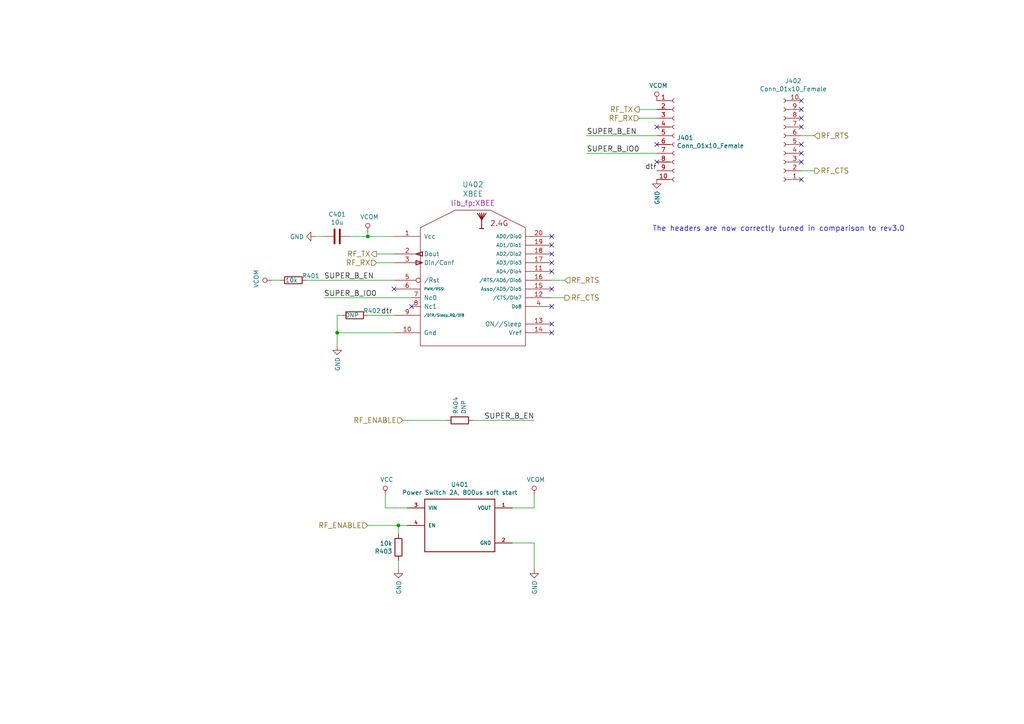
<source format=kicad_sch>
(kicad_sch (version 20211123) (generator eeschema)
  (paper "A4")
  (lib_symbols
    (symbol "Connector:Conn_01x10_Female" (pin_names (offset 1.016) hide)
      (property "Reference" "J" (at 0 12.7 0))
      (property "Value" "Connector_Conn_01x10_Female" (at 0 -15.24 0))
      (symbol "Conn_01x10_Female_1_1"
        (arc (start 0 -12.192) (mid -0.508 -12.7) (end 0 -13.208) (stroke (width 0.1524)))
        (arc (start 0 -9.652) (mid -0.508 -10.16) (end 0 -10.668) (stroke (width 0.1524)))
        (arc (start 0 -7.112) (mid -0.508 -7.62) (end 0 -8.128) (stroke (width 0.1524)))
        (arc (start 0 -4.572) (mid -0.508 -5.08) (end 0 -5.588) (stroke (width 0.1524)))
        (arc (start 0 -2.032) (mid -0.508 -2.54) (end 0 -3.048) (stroke (width 0.1524)))
        (polyline (pts (xy -1.27 -12.7) (xy -0.508 -12.7)) (stroke (width 0.1524)))
        (polyline (pts (xy -1.27 -10.16) (xy -0.508 -10.16)) (stroke (width 0.1524)))
        (polyline (pts (xy -1.27 -7.62) (xy -0.508 -7.62)) (stroke (width 0.1524)))
        (polyline (pts (xy -1.27 -5.08) (xy -0.508 -5.08)) (stroke (width 0.1524)))
        (polyline (pts (xy -1.27 -2.54) (xy -0.508 -2.54)) (stroke (width 0.1524)))
        (polyline (pts (xy -1.27 0) (xy -0.508 0)) (stroke (width 0.1524)))
        (polyline (pts (xy -1.27 2.54) (xy -0.508 2.54)) (stroke (width 0.1524)))
        (polyline (pts (xy -1.27 5.08) (xy -0.508 5.08)) (stroke (width 0.1524)))
        (polyline (pts (xy -1.27 7.62) (xy -0.508 7.62)) (stroke (width 0.1524)))
        (polyline (pts (xy -1.27 10.16) (xy -0.508 10.16)) (stroke (width 0.1524)))
        (arc (start 0 0.508) (mid -0.508 0) (end 0 -0.508) (stroke (width 0.1524)))
        (arc (start 0 3.048) (mid -0.508 2.54) (end 0 2.032) (stroke (width 0.1524)))
        (arc (start 0 5.588) (mid -0.508 5.08) (end 0 4.572) (stroke (width 0.1524)))
        (arc (start 0 8.128) (mid -0.508 7.62) (end 0 7.112) (stroke (width 0.1524)))
        (arc (start 0 10.668) (mid -0.508 10.16) (end 0 9.652) (stroke (width 0.1524)))
        (pin passive line (at -5.08 10.16 0) (length 3.81) (name "Pin_1") (number "1"))
        (pin passive line (at -5.08 -12.7 0) (length 3.81) (name "Pin_10") (number "10"))
        (pin passive line (at -5.08 7.62 0) (length 3.81) (name "Pin_2") (number "2"))
        (pin passive line (at -5.08 5.08 0) (length 3.81) (name "Pin_3") (number "3"))
        (pin passive line (at -5.08 2.54 0) (length 3.81) (name "Pin_4") (number "4"))
        (pin passive line (at -5.08 0 0) (length 3.81) (name "Pin_5") (number "5"))
        (pin passive line (at -5.08 -2.54 0) (length 3.81) (name "Pin_6") (number "6"))
        (pin passive line (at -5.08 -5.08 0) (length 3.81) (name "Pin_7") (number "7"))
        (pin passive line (at -5.08 -7.62 0) (length 3.81) (name "Pin_8") (number "8"))
        (pin passive line (at -5.08 -10.16 0) (length 3.81) (name "Pin_9") (number "9"))
      )
    )
    (symbol "Device:C" (pin_numbers hide) (pin_names (offset 0.254))
      (property "Reference" "C" (at 0.635 2.54 0))
      (property "Value" "Device_C" (at 0.635 -2.54 0))
      (symbol "C_0_1"
        (polyline (pts (xy -2.032 -0.762) (xy 2.032 -0.762)) (stroke (width 0.508)))
        (polyline (pts (xy -2.032 0.762) (xy 2.032 0.762)) (stroke (width 0.508)))
      )
      (symbol "C_1_1"
        (pin passive line (at 0 3.81 270) (length 2.794) (name "~") (number "1"))
        (pin passive line (at 0 -3.81 90) (length 2.794) (name "~") (number "2"))
      )
    )
    (symbol "MIC94085YFT-TR:MIC94085YFT-TR" (pin_names (offset 1.016))
      (property "Reference" "U" (at -10.16 8.89 0))
      (property "Value" "MIC94085YFT-TR" (at -10.16 -8.89 0))
      (symbol "MIC94085YFT-TR_0_0"
        (polyline (pts (xy -10.16 -7.62) (xy -10.16 7.62)) (stroke (width 0.254)))
        (polyline (pts (xy -10.16 7.62) (xy 10.16 7.62)) (stroke (width 0.254)))
        (polyline (pts (xy 10.16 -7.62) (xy -10.16 -7.62)) (stroke (width 0.254)))
        (polyline (pts (xy 10.16 7.62) (xy 10.16 -7.62)) (stroke (width 0.254)))
        (pin output line (at 15.24 5.08 180) (length 5.08) (name "VOUT") (number "1"))
        (pin power_in line (at 15.24 -5.08 180) (length 5.08) (name "GND") (number "2"))
        (pin input line (at -15.24 5.08 0) (length 5.08) (name "VIN") (number "3"))
        (pin input line (at -15.24 0 0) (length 5.08) (name "EN") (number "4"))
      )
    )
    (symbol "Nestbox_v2-rescue:GND-power1" (power) (pin_names (offset 0))
      (property "Value" "GND-power1" (at 0 -3.81 0))
      (symbol "GND-power1_0_1"
        (polyline (pts (xy 0 0) (xy 0 -1.27) (xy 1.27 -1.27) (xy 0 -2.54) (xy -1.27 -1.27) (xy 0 -1.27)))
      )
      (symbol "GND-power1_1_1"
        (pin power_in line (at 0 0 270) (length 0) hide (name "GND") (number "1"))
      )
    )
    (symbol "Nestbox_v2-rescue:R-device" (pin_numbers hide) (pin_names (offset 0))
      (property "Reference" "R" (at 2.032 0 90))
      (property "Value" "R-device" (at 0 0 90))
      (symbol "R-device_0_1"
        (rectangle (start -1.016 -2.54) (end 1.016 2.54) (stroke (width 0.254)))
      )
      (symbol "R-device_1_1"
        (pin passive line (at 0 3.81 270) (length 1.27) (name "~") (number "1"))
        (pin passive line (at 0 -3.81 90) (length 1.27) (name "~") (number "2"))
      )
    )
    (symbol "power:VCC" (power) (pin_names (offset 0))
      (property "Value" "power_VCC" (at 0 3.81 0))
      (symbol "VCC_0_1"
        (polyline (pts (xy 0 0) (xy 0 1.27)))
        (circle (center 0 1.905) (radius 0.635))
      )
      (symbol "VCC_1_1"
        (pin power_in line (at 0 0 90) (length 0) hide (name "VCC") (number "1"))
      )
    )
    (symbol "power:VCOM" (power) (pin_names (offset 0))
      (property "Value" "power_VCOM" (at 0 3.81 0))
      (symbol "VCOM_0_1"
        (polyline (pts (xy 0 0) (xy 0 1.27)))
        (circle (center 0 1.905) (radius 0.635))
      )
      (symbol "VCOM_1_1"
        (pin power_in line (at 0 0 90) (length 0) hide (name "VCOM") (number "1"))
      )
    )
    (symbol "xbee:XBEE" (pin_names (offset 1.016))
      (property "Reference" "U" (at -6.35 27.94 0))
      (property "Value" "XBEE" (at -5.08 20.32 0))
      (symbol "XBEE_0_0"
        (text "2.4G" (at 7.62 21.59 0) (effects (font (size 1.524 1.524))))
      )
      (symbol "XBEE_0_1"
        (polyline (pts (xy 1.905 20.066) (xy 3.175 20.066) (xy 3.175 20.066)) (stroke (width 0.254)))
        (polyline (pts (xy 2.54 22.606) (xy 1.905 24.511) (xy 1.905 24.511)) (stroke (width 0.254)))
        (polyline (pts (xy 2.54 22.606) (xy 2.54 23.876) (xy 2.54 23.876)) (stroke (width 0.254)))
        (polyline (pts (xy 2.54 23.876) (xy 2.54 24.511) (xy 2.54 24.511)) (stroke (width 0.254)))
        (polyline (pts (xy 3.175 24.511) (xy 2.54 22.606) (xy 2.54 22.606)) (stroke (width 0.254)))
        (polyline (pts (xy 1.27 20.32) (xy 1.27 20.32) (xy 1.27 20.32) (xy 1.27 20.32)))
        (polyline (pts (xy 2.54 22.606) (xy 2.54 20.066) (xy 2.54 20.066) (xy 2.54 20.066)) (stroke (width 0.254)))
        (polyline (pts (xy -16.51 10.795) (xy -16.51 9.525) (xy -14.605 10.16) (xy -16.51 10.795) (xy -16.51 10.795)) (stroke (width 0.254)))
        (polyline (pts (xy -16.51 12.7) (xy -14.605 13.335) (xy -14.605 12.065) (xy -16.51 12.7) (xy -16.51 12.7)) (stroke (width 0.254)))
        (polyline (pts (xy 3.81 24.511) (xy 2.54 22.606) (xy 2.54 22.606) (xy 2.54 22.606) (xy 1.27 24.511) (xy 1.27 24.511)) (stroke (width 0.254)))
        (polyline (pts (xy -15.24 20.32) (xy -15.24 -13.97) (xy 15.24 -13.97) (xy 15.24 20.32) (xy 5.08 25.4) (xy -5.08 25.4) (xy -15.24 20.32) (xy -15.24 20.32)))
      )
      (symbol "XBEE_1_1"
        (pin power_in line (at -22.86 17.78 0) (length 7.62) (name "Vcc") (number "1"))
        (pin power_in line (at -22.86 -10.16 0) (length 7.62) (name "Gnd") (number "10"))
        (pin passive line (at 22.86 7.62 180) (length 7.62) (name "AD4/Dio4") (number "11"))
        (pin passive line (at 22.86 0 180) (length 7.62) (name "/CTS/Dio7") (number "12"))
        (pin output line (at 22.86 -7.62 180) (length 7.62) (name "ON//Sleep") (number "13"))
        (pin input line (at 22.86 -10.16 180) (length 7.62) (name "Vref") (number "14"))
        (pin passive line (at 22.86 2.54 180) (length 7.62) (name "Asso/AD5/Dio5") (number "15"))
        (pin passive line (at 22.86 5.08 180) (length 7.62) (name "/RTS/AD6/Dio6") (number "16"))
        (pin passive line (at 22.86 10.16 180) (length 7.62) (name "AD3/Dio3") (number "17"))
        (pin passive line (at 22.86 12.7 180) (length 7.62) (name "AD2/Dio2") (number "18"))
        (pin passive line (at 22.86 15.24 180) (length 7.62) (name "AD1/Dio1") (number "19"))
        (pin output line (at -22.86 12.7 0) (length 7.62) (name "Dout") (number "2"))
        (pin passive line (at 22.86 17.78 180) (length 7.62) (name "AD0/Dio0") (number "20"))
        (pin input line (at -22.86 10.16 0) (length 7.62) (name "Din/Conf") (number "3"))
        (pin output line (at 22.86 -2.54 180) (length 7.62) (name "Do8") (number "4"))
        (pin passive inverted (at -22.86 5.08 0) (length 7.62) (name "/Rst") (number "5"))
        (pin output line (at -22.86 2.54 0) (length 7.62) (name "PWM/RSSI") (number "6"))
        (pin passive line (at -17.78 0 0) (length 2.54) (name "Nc0") (number "7"))
        (pin passive line (at -17.78 -2.54 0) (length 2.54) (name "Nc1") (number "8"))
        (pin input line (at -22.86 -5.08 0) (length 7.62) (name "/DTR/Sleep_RQ/Di8") (number "9"))
      )
    )
  )
  (junction (at 115.57 152.4))
  (junction (at 97.79 96.52))
  (junction (at 106.68 68.58))
  (no_connect (at 160.02 96.52))
  (no_connect (at 232.41 41.91))
  (no_connect (at 114.3 83.82))
  (no_connect (at 232.41 36.83))
  (no_connect (at 232.41 46.99))
  (no_connect (at 232.41 31.75))
  (no_connect (at 190.5 36.83))
  (no_connect (at 160.02 73.66))
  (no_connect (at 232.41 44.45))
  (no_connect (at 232.41 29.21))
  (no_connect (at 160.02 76.2))
  (no_connect (at 160.02 88.9))
  (no_connect (at 190.5 41.91))
  (no_connect (at 232.41 52.07))
  (no_connect (at 160.02 83.82))
  (no_connect (at 160.02 68.58))
  (no_connect (at 119.38 88.9))
  (no_connect (at 160.02 93.98))
  (no_connect (at 232.41 34.29))
  (no_connect (at 190.5 46.99))
  (no_connect (at 160.02 78.74))
  (no_connect (at 160.02 71.12))
  (wire (pts (xy 88.9 81.28) (xy 114.3 81.28)))
  (wire (pts (xy 236.22 39.37) (xy 232.41 39.37)))
  (wire (pts (xy 236.22 49.53) (xy 232.41 49.53)))
  (wire (pts (xy 115.57 165.1) (xy 115.57 162.56)))
  (wire (pts (xy 78.74 81.28) (xy 81.28 81.28)))
  (wire (pts (xy 97.79 96.52) (xy 114.3 96.52)))
  (wire (pts (xy 163.83 86.36) (xy 160.02 86.36)))
  (wire (pts (xy 163.83 81.28) (xy 160.02 81.28)))
  (wire (pts (xy 97.79 100.33) (xy 97.79 96.52)))
  (wire (pts (xy 109.22 73.66) (xy 114.3 73.66)))
  (wire (pts (xy 106.68 91.44) (xy 114.3 91.44)))
  (wire (pts (xy 170.18 44.45) (xy 190.5 44.45)))
  (wire (pts (xy 170.18 39.37) (xy 190.5 39.37)))
  (wire (pts (xy 106.68 152.4) (xy 115.57 152.4)))
  (wire (pts (xy 154.94 147.32) (xy 148.59 147.32)))
  (wire (pts (xy 115.57 154.94) (xy 115.57 152.4)))
  (wire (pts (xy 106.68 68.58) (xy 114.3 68.58)))
  (wire (pts (xy 109.22 76.2) (xy 114.3 76.2)))
  (wire (pts (xy 119.38 86.36) (xy 93.98 86.36)))
  (wire (pts (xy 154.94 157.48) (xy 148.59 157.48)))
  (wire (pts (xy 154.94 165.1) (xy 154.94 157.48)))
  (wire (pts (xy 99.06 91.44) (xy 97.79 91.44)))
  (wire (pts (xy 101.6 68.58) (xy 106.68 68.58)))
  (wire (pts (xy 97.79 91.44) (xy 97.79 96.52)))
  (wire (pts (xy 115.57 152.4) (xy 118.11 152.4)))
  (wire (pts (xy 111.76 143.51) (xy 111.76 147.32)))
  (wire (pts (xy 185.42 34.29) (xy 190.5 34.29)))
  (wire (pts (xy 93.98 68.58) (xy 91.44 68.58)))
  (wire (pts (xy 137.16 121.92) (xy 154.94 121.92)))
  (wire (pts (xy 106.68 67.31) (xy 106.68 68.58)))
  (wire (pts (xy 154.94 143.51) (xy 154.94 147.32)))
  (wire (pts (xy 111.76 147.32) (xy 118.11 147.32)))
  (wire (pts (xy 116.84 121.92) (xy 129.54 121.92)))
  (wire (pts (xy 185.42 31.75) (xy 190.5 31.75)))
  (text "The headers are now correctly turned in comparison to rev3.0" (at 189.23 67.31 0) (effects (font (size 1.524 1.524)) (justify left bottom)))
  (label "SUPER_B_IO0" (at 170.18 44.45 0) (effects (font (size 1.524 1.524))))
  (label "SUPER_B_EN" (at 93.98 81.28 0) (effects (font (size 1.524 1.524))))
  (label "dtr" (at 110.49 91.44 0) (effects (font (size 1.524 1.524))))
  (label "SUPER_B_IO0" (at 93.98 86.36 0) (effects (font (size 1.524 1.524))))
  (label "dtr" (at 190.5 49.53 180) (effects (font (size 1.524 1.524))))
  (label "SUPER_B_EN" (at 170.18 39.37 0) (effects (font (size 1.524 1.524))))
  (label "SUPER_B_EN" (at 154.94 121.92 180) (effects (font (size 1.524 1.524))))
  (hierarchical_label "RF_RX" (shape input) (at 109.22 76.2 180) (effects (font (size 1.524 1.524))))
  (hierarchical_label "RF_TX" (shape output) (at 185.42 31.75 180) (effects (font (size 1.524 1.524))))
  (hierarchical_label "RF_RTS" (shape input) (at 236.22 39.37 0) (effects (font (size 1.524 1.524))))
  (hierarchical_label "RF_CTS" (shape output) (at 236.22 49.53 0) (effects (font (size 1.524 1.524))))
  (hierarchical_label "RF_CTS" (shape output) (at 163.83 86.36 0) (effects (font (size 1.524 1.524))))
  (hierarchical_label "RF_ENABLE" (shape input) (at 116.84 121.92 180) (effects (font (size 1.524 1.524))))
  (hierarchical_label "RF_RX" (shape input) (at 185.42 34.29 180) (effects (font (size 1.524 1.524))))
  (hierarchical_label "RF_RTS" (shape input) (at 163.83 81.28 0) (effects (font (size 1.524 1.524))))
  (hierarchical_label "RF_ENABLE" (shape input) (at 106.68 152.4 180) (effects (font (size 1.524 1.524))))
  (hierarchical_label "RF_TX" (shape output) (at 109.22 73.66 180) (effects (font (size 1.524 1.524))))
  (symbol (lib_id "Nestbox_v2-rescue:R-device") (at 85.09 81.28 90) (unit 1)
    (property "Reference" "R401" (at 92.71 80.01 90) (effects (justify left)))
    (property "Value" "10k" (at 86.36 81.28 90) (effects (justify left)))
    (property "Footprint" "Resistor_SMD:R_0603_1608Metric" (effects hide))
  )
  (symbol (lib_id "xbee:XBEE") (at 137.16 86.36 0) (unit 1)
    (property "Reference" "U402" (at 137.16 53.5178 0) (effects (font (size 1.524 1.524))))
    (property "Value" "XBEE" (at 137.16 56.2102 0) (effects (font (size 1.524 1.524))))
    (property "Footprint" "lib_fp:XBEE" (at 137.16 58.9026 0) (effects (font (size 1.524 1.524))))
    (property "MPN" "OI-SIGFOX-XBEE" (effects hide))
  )
  (symbol (lib_id "Nestbox_v2-rescue:GND-power1") (at 97.79 100.33 0) (unit 1)
    (property "Reference" "#PWR0403" (effects hide))
    (property "Value" "GND" (at 97.917 103.5812 90) (effects (justify right)))
  )
  (symbol (lib_id "Nestbox_v2-rescue:R-device") (at 102.87 91.44 90) (unit 1)
    (property "Reference" "R402" (at 110.49 90.17 90) (effects (justify left)))
    (property "Value" "DNP" (at 104.14 91.44 90) (effects (justify left)))
    (property "Footprint" "Resistor_SMD:R_0603_1608Metric" (effects hide))
  )
  (symbol (lib_id "Nestbox_v2-rescue:R-device") (at 133.35 121.92 90) (unit 1)
    (property "Reference" "R404" (at 132.1816 120.142 0) (effects (justify left)))
    (property "Value" "DNP" (at 134.493 120.142 0) (effects (justify left)))
    (property "Footprint" "Resistor_SMD:R_0603_1608Metric" (effects hide))
  )
  (symbol (lib_id "Connector:Conn_01x10_Female") (at 195.58 39.37 0) (unit 1)
    (property "Reference" "J401" (at 196.2912 39.9796 0) (effects (justify left)))
    (property "Value" "Conn_01x10_Female" (at 196.2912 42.291 0) (effects (justify left)))
    (property "Footprint" "Connector_PinSocket_2.00mm:PinSocket_1x10_P2.00mm_Vertical_SMD_Pin1Right" (effects hide))
    (property "MPN" "NPPN101BFLC-RC" (effects hide))
  )
  (symbol (lib_id "Connector:Conn_01x10_Female") (at 227.33 41.91 180) (unit 1)
    (property "Reference" "J402" (at 230.0732 23.495 0))
    (property "Value" "Conn_01x10_Female" (at 230.0732 25.8064 0))
    (property "Footprint" "Connector_PinSocket_2.00mm:PinSocket_1x10_P2.00mm_Vertical_SMD_Pin1Right" (effects hide))
    (property "MPN" "NPPN101BFLC-RC" (effects hide))
  )
  (symbol (lib_id "power:VCOM") (at 190.5 29.21 0) (unit 1)
    (property "Reference" "#PWR0411" (effects hide))
    (property "Value" "VCOM" (at 190.9318 24.8158 0))
  )
  (symbol (lib_id "Nestbox_v2-rescue:GND-power1") (at 190.5 52.07 0) (unit 1)
    (property "Reference" "#PWR0412" (effects hide))
    (property "Value" "GND" (at 190.627 55.3212 90) (effects (justify right)))
  )
  (symbol (lib_id "power:VCOM") (at 78.74 81.28 90) (unit 1)
    (property "Reference" "#PWR0401" (effects hide))
    (property "Value" "VCOM" (at 74.3458 80.8482 0))
  )
  (symbol (lib_id "Device:C") (at 97.79 68.58 270) (unit 1)
    (property "Reference" "C401" (at 97.79 62.1792 90))
    (property "Value" "10u" (at 97.79 64.4906 90))
    (property "Footprint" "Capacitor_SMD:C_0805_2012Metric" (effects hide))
  )
  (symbol (lib_id "power:VCOM") (at 106.68 67.31 0) (unit 1)
    (property "Reference" "#PWR0404" (effects hide))
    (property "Value" "VCOM" (at 107.1118 62.9158 0))
  )
  (symbol (lib_id "Nestbox_v2-rescue:GND-power1") (at 91.44 68.58 270) (unit 1)
    (property "Reference" "#PWR0402" (effects hide))
    (property "Value" "GND" (at 88.1888 68.707 90) (effects (justify right)))
  )
  (symbol (lib_id "MIC94085YFT-TR:MIC94085YFT-TR") (at 133.35 152.4 0) (unit 1)
    (property "Reference" "U401" (at 133.35 140.5382 0))
    (property "Value" "Power Switch 2A, 800us soft start" (at 133.35 142.8496 0))
    (property "Footprint" "lib_fp:IC_MIC94085YFT-TR" (effects hide))
    (property "MPN" "MIC94082YFT-TR" (effects hide))
  )
  (symbol (lib_id "power:VCC") (at 111.76 143.51 0) (unit 1)
    (property "Reference" "#PWR0405" (effects hide))
    (property "Value" "VCC" (at 112.1918 139.1158 0))
  )
  (symbol (lib_id "power:VCOM") (at 154.94 143.51 0) (unit 1)
    (property "Reference" "#PWR0409" (effects hide))
    (property "Value" "VCOM" (at 155.3718 139.1158 0))
  )
  (symbol (lib_id "Nestbox_v2-rescue:GND-power1") (at 154.94 165.1 0) (unit 1)
    (property "Reference" "#PWR0410" (effects hide))
    (property "Value" "GND" (at 155.067 168.3512 90) (effects (justify right)))
  )
  (symbol (lib_id "Nestbox_v2-rescue:R-device") (at 115.57 158.75 180) (unit 1)
    (property "Reference" "R403" (at 113.792 159.9184 0) (effects (justify left)))
    (property "Value" "10k" (at 113.792 157.607 0) (effects (justify left)))
    (property "Footprint" "Resistor_SMD:R_0603_1608Metric" (effects hide))
  )
  (symbol (lib_id "Nestbox_v2-rescue:GND-power1") (at 115.57 165.1 0) (unit 1)
    (property "Reference" "#PWR0406" (effects hide))
    (property "Value" "GND" (at 115.697 168.3512 90) (effects (justify right)))
  )
)
</source>
